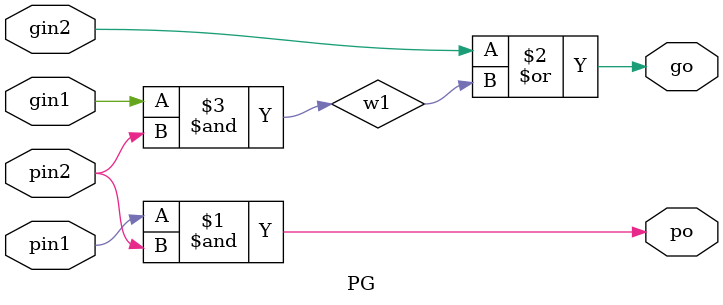
<source format=v>
module PG(po,go,pin1,gin1,pin2,gin2);
input pin1,gin1,pin2,gin2;
output po,go;
wire w1;

and g1 (po,pin1,pin2);
or g3 (go,gin2,w1);
and g2 (w1,gin1,pin2);

endmodule

</source>
